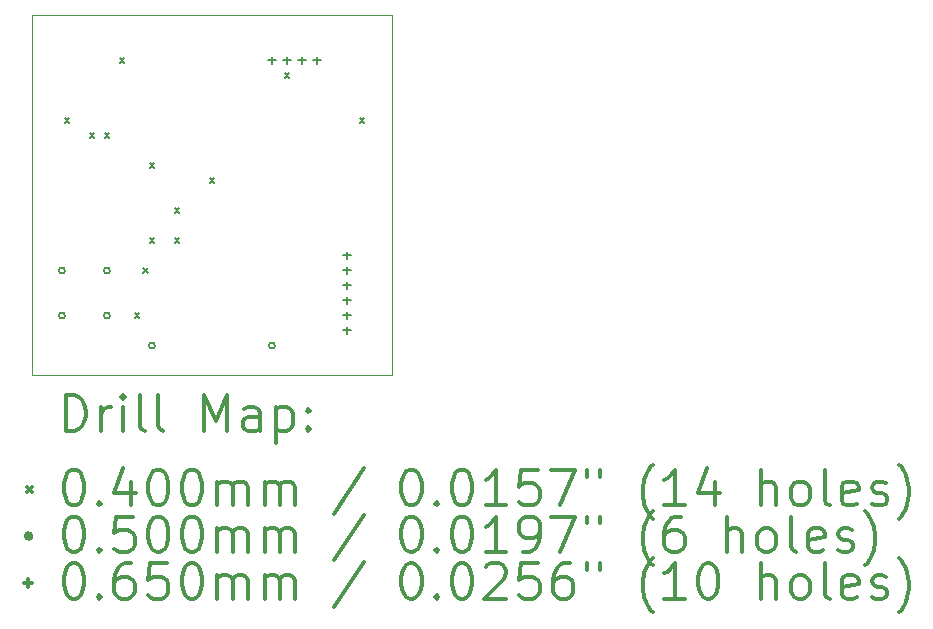
<source format=gbr>
%FSLAX45Y45*%
G04 Gerber Fmt 4.5, Leading zero omitted, Abs format (unit mm)*
G04 Created by KiCad (PCBNEW (5.1.12)-1) date 2022-02-08 18:52:23*
%MOMM*%
%LPD*%
G01*
G04 APERTURE LIST*
%TA.AperFunction,Profile*%
%ADD10C,0.050000*%
%TD*%
%ADD11C,0.200000*%
%ADD12C,0.300000*%
G04 APERTURE END LIST*
D10*
X22098000Y-6350000D02*
X22098000Y-9398000D01*
X19050000Y-6350000D02*
X22098000Y-6350000D01*
X22098000Y-9398000D02*
X19050000Y-9398000D01*
X19050000Y-9398000D02*
X19050000Y-6350000D01*
D11*
X19327000Y-7219000D02*
X19367000Y-7259000D01*
X19367000Y-7219000D02*
X19327000Y-7259000D01*
X19538000Y-7346000D02*
X19578000Y-7386000D01*
X19578000Y-7346000D02*
X19538000Y-7386000D01*
X19665000Y-7346000D02*
X19705000Y-7386000D01*
X19705000Y-7346000D02*
X19665000Y-7386000D01*
X19792000Y-6711000D02*
X19832000Y-6751000D01*
X19832000Y-6711000D02*
X19792000Y-6751000D01*
X19919000Y-8870000D02*
X19959000Y-8910000D01*
X19959000Y-8870000D02*
X19919000Y-8910000D01*
X19989500Y-8489000D02*
X20029500Y-8529000D01*
X20029500Y-8489000D02*
X19989500Y-8529000D01*
X20046000Y-7600000D02*
X20086000Y-7640000D01*
X20086000Y-7600000D02*
X20046000Y-7640000D01*
X20046000Y-8235000D02*
X20086000Y-8275000D01*
X20086000Y-8235000D02*
X20046000Y-8275000D01*
X20046000Y-8235000D02*
X20086000Y-8275000D01*
X20086000Y-8235000D02*
X20046000Y-8275000D01*
X20257000Y-7981000D02*
X20297000Y-8021000D01*
X20297000Y-7981000D02*
X20257000Y-8021000D01*
X20257000Y-8235000D02*
X20297000Y-8275000D01*
X20297000Y-8235000D02*
X20257000Y-8275000D01*
X20554000Y-7727000D02*
X20594000Y-7767000D01*
X20594000Y-7727000D02*
X20554000Y-7767000D01*
X21189000Y-6838000D02*
X21229000Y-6878000D01*
X21229000Y-6838000D02*
X21189000Y-6878000D01*
X21824000Y-7219000D02*
X21864000Y-7259000D01*
X21864000Y-7219000D02*
X21824000Y-7259000D01*
X19329000Y-8509000D02*
G75*
G03*
X19329000Y-8509000I-25000J0D01*
G01*
X19329000Y-8890000D02*
G75*
G03*
X19329000Y-8890000I-25000J0D01*
G01*
X19710000Y-8509000D02*
G75*
G03*
X19710000Y-8509000I-25000J0D01*
G01*
X19710000Y-8890000D02*
G75*
G03*
X19710000Y-8890000I-25000J0D01*
G01*
X20091000Y-9144000D02*
G75*
G03*
X20091000Y-9144000I-25000J0D01*
G01*
X21107000Y-9144000D02*
G75*
G03*
X21107000Y-9144000I-25000J0D01*
G01*
X21082000Y-6698500D02*
X21082000Y-6763500D01*
X21049500Y-6731000D02*
X21114500Y-6731000D01*
X21209000Y-6698500D02*
X21209000Y-6763500D01*
X21176500Y-6731000D02*
X21241500Y-6731000D01*
X21336000Y-6698500D02*
X21336000Y-6763500D01*
X21303500Y-6731000D02*
X21368500Y-6731000D01*
X21463000Y-6698500D02*
X21463000Y-6763500D01*
X21430500Y-6731000D02*
X21495500Y-6731000D01*
X21717000Y-8349500D02*
X21717000Y-8414500D01*
X21684500Y-8382000D02*
X21749500Y-8382000D01*
X21717000Y-8476500D02*
X21717000Y-8541500D01*
X21684500Y-8509000D02*
X21749500Y-8509000D01*
X21717000Y-8603500D02*
X21717000Y-8668500D01*
X21684500Y-8636000D02*
X21749500Y-8636000D01*
X21717000Y-8730500D02*
X21717000Y-8795500D01*
X21684500Y-8763000D02*
X21749500Y-8763000D01*
X21717000Y-8857500D02*
X21717000Y-8922500D01*
X21684500Y-8890000D02*
X21749500Y-8890000D01*
X21717000Y-8984500D02*
X21717000Y-9049500D01*
X21684500Y-9017000D02*
X21749500Y-9017000D01*
D12*
X19333928Y-9866214D02*
X19333928Y-9566214D01*
X19405357Y-9566214D01*
X19448214Y-9580500D01*
X19476786Y-9609072D01*
X19491071Y-9637643D01*
X19505357Y-9694786D01*
X19505357Y-9737643D01*
X19491071Y-9794786D01*
X19476786Y-9823357D01*
X19448214Y-9851929D01*
X19405357Y-9866214D01*
X19333928Y-9866214D01*
X19633928Y-9866214D02*
X19633928Y-9666214D01*
X19633928Y-9723357D02*
X19648214Y-9694786D01*
X19662500Y-9680500D01*
X19691071Y-9666214D01*
X19719643Y-9666214D01*
X19819643Y-9866214D02*
X19819643Y-9666214D01*
X19819643Y-9566214D02*
X19805357Y-9580500D01*
X19819643Y-9594786D01*
X19833928Y-9580500D01*
X19819643Y-9566214D01*
X19819643Y-9594786D01*
X20005357Y-9866214D02*
X19976786Y-9851929D01*
X19962500Y-9823357D01*
X19962500Y-9566214D01*
X20162500Y-9866214D02*
X20133928Y-9851929D01*
X20119643Y-9823357D01*
X20119643Y-9566214D01*
X20505357Y-9866214D02*
X20505357Y-9566214D01*
X20605357Y-9780500D01*
X20705357Y-9566214D01*
X20705357Y-9866214D01*
X20976786Y-9866214D02*
X20976786Y-9709072D01*
X20962500Y-9680500D01*
X20933928Y-9666214D01*
X20876786Y-9666214D01*
X20848214Y-9680500D01*
X20976786Y-9851929D02*
X20948214Y-9866214D01*
X20876786Y-9866214D01*
X20848214Y-9851929D01*
X20833928Y-9823357D01*
X20833928Y-9794786D01*
X20848214Y-9766214D01*
X20876786Y-9751929D01*
X20948214Y-9751929D01*
X20976786Y-9737643D01*
X21119643Y-9666214D02*
X21119643Y-9966214D01*
X21119643Y-9680500D02*
X21148214Y-9666214D01*
X21205357Y-9666214D01*
X21233928Y-9680500D01*
X21248214Y-9694786D01*
X21262500Y-9723357D01*
X21262500Y-9809072D01*
X21248214Y-9837643D01*
X21233928Y-9851929D01*
X21205357Y-9866214D01*
X21148214Y-9866214D01*
X21119643Y-9851929D01*
X21391071Y-9837643D02*
X21405357Y-9851929D01*
X21391071Y-9866214D01*
X21376786Y-9851929D01*
X21391071Y-9837643D01*
X21391071Y-9866214D01*
X21391071Y-9680500D02*
X21405357Y-9694786D01*
X21391071Y-9709072D01*
X21376786Y-9694786D01*
X21391071Y-9680500D01*
X21391071Y-9709072D01*
X19007500Y-10340500D02*
X19047500Y-10380500D01*
X19047500Y-10340500D02*
X19007500Y-10380500D01*
X19391071Y-10196214D02*
X19419643Y-10196214D01*
X19448214Y-10210500D01*
X19462500Y-10224786D01*
X19476786Y-10253357D01*
X19491071Y-10310500D01*
X19491071Y-10381929D01*
X19476786Y-10439072D01*
X19462500Y-10467643D01*
X19448214Y-10481929D01*
X19419643Y-10496214D01*
X19391071Y-10496214D01*
X19362500Y-10481929D01*
X19348214Y-10467643D01*
X19333928Y-10439072D01*
X19319643Y-10381929D01*
X19319643Y-10310500D01*
X19333928Y-10253357D01*
X19348214Y-10224786D01*
X19362500Y-10210500D01*
X19391071Y-10196214D01*
X19619643Y-10467643D02*
X19633928Y-10481929D01*
X19619643Y-10496214D01*
X19605357Y-10481929D01*
X19619643Y-10467643D01*
X19619643Y-10496214D01*
X19891071Y-10296214D02*
X19891071Y-10496214D01*
X19819643Y-10181929D02*
X19748214Y-10396214D01*
X19933928Y-10396214D01*
X20105357Y-10196214D02*
X20133928Y-10196214D01*
X20162500Y-10210500D01*
X20176786Y-10224786D01*
X20191071Y-10253357D01*
X20205357Y-10310500D01*
X20205357Y-10381929D01*
X20191071Y-10439072D01*
X20176786Y-10467643D01*
X20162500Y-10481929D01*
X20133928Y-10496214D01*
X20105357Y-10496214D01*
X20076786Y-10481929D01*
X20062500Y-10467643D01*
X20048214Y-10439072D01*
X20033928Y-10381929D01*
X20033928Y-10310500D01*
X20048214Y-10253357D01*
X20062500Y-10224786D01*
X20076786Y-10210500D01*
X20105357Y-10196214D01*
X20391071Y-10196214D02*
X20419643Y-10196214D01*
X20448214Y-10210500D01*
X20462500Y-10224786D01*
X20476786Y-10253357D01*
X20491071Y-10310500D01*
X20491071Y-10381929D01*
X20476786Y-10439072D01*
X20462500Y-10467643D01*
X20448214Y-10481929D01*
X20419643Y-10496214D01*
X20391071Y-10496214D01*
X20362500Y-10481929D01*
X20348214Y-10467643D01*
X20333928Y-10439072D01*
X20319643Y-10381929D01*
X20319643Y-10310500D01*
X20333928Y-10253357D01*
X20348214Y-10224786D01*
X20362500Y-10210500D01*
X20391071Y-10196214D01*
X20619643Y-10496214D02*
X20619643Y-10296214D01*
X20619643Y-10324786D02*
X20633928Y-10310500D01*
X20662500Y-10296214D01*
X20705357Y-10296214D01*
X20733928Y-10310500D01*
X20748214Y-10339072D01*
X20748214Y-10496214D01*
X20748214Y-10339072D02*
X20762500Y-10310500D01*
X20791071Y-10296214D01*
X20833928Y-10296214D01*
X20862500Y-10310500D01*
X20876786Y-10339072D01*
X20876786Y-10496214D01*
X21019643Y-10496214D02*
X21019643Y-10296214D01*
X21019643Y-10324786D02*
X21033928Y-10310500D01*
X21062500Y-10296214D01*
X21105357Y-10296214D01*
X21133928Y-10310500D01*
X21148214Y-10339072D01*
X21148214Y-10496214D01*
X21148214Y-10339072D02*
X21162500Y-10310500D01*
X21191071Y-10296214D01*
X21233928Y-10296214D01*
X21262500Y-10310500D01*
X21276786Y-10339072D01*
X21276786Y-10496214D01*
X21862500Y-10181929D02*
X21605357Y-10567643D01*
X22248214Y-10196214D02*
X22276786Y-10196214D01*
X22305357Y-10210500D01*
X22319643Y-10224786D01*
X22333928Y-10253357D01*
X22348214Y-10310500D01*
X22348214Y-10381929D01*
X22333928Y-10439072D01*
X22319643Y-10467643D01*
X22305357Y-10481929D01*
X22276786Y-10496214D01*
X22248214Y-10496214D01*
X22219643Y-10481929D01*
X22205357Y-10467643D01*
X22191071Y-10439072D01*
X22176786Y-10381929D01*
X22176786Y-10310500D01*
X22191071Y-10253357D01*
X22205357Y-10224786D01*
X22219643Y-10210500D01*
X22248214Y-10196214D01*
X22476786Y-10467643D02*
X22491071Y-10481929D01*
X22476786Y-10496214D01*
X22462500Y-10481929D01*
X22476786Y-10467643D01*
X22476786Y-10496214D01*
X22676786Y-10196214D02*
X22705357Y-10196214D01*
X22733928Y-10210500D01*
X22748214Y-10224786D01*
X22762500Y-10253357D01*
X22776786Y-10310500D01*
X22776786Y-10381929D01*
X22762500Y-10439072D01*
X22748214Y-10467643D01*
X22733928Y-10481929D01*
X22705357Y-10496214D01*
X22676786Y-10496214D01*
X22648214Y-10481929D01*
X22633928Y-10467643D01*
X22619643Y-10439072D01*
X22605357Y-10381929D01*
X22605357Y-10310500D01*
X22619643Y-10253357D01*
X22633928Y-10224786D01*
X22648214Y-10210500D01*
X22676786Y-10196214D01*
X23062500Y-10496214D02*
X22891071Y-10496214D01*
X22976786Y-10496214D02*
X22976786Y-10196214D01*
X22948214Y-10239072D01*
X22919643Y-10267643D01*
X22891071Y-10281929D01*
X23333928Y-10196214D02*
X23191071Y-10196214D01*
X23176786Y-10339072D01*
X23191071Y-10324786D01*
X23219643Y-10310500D01*
X23291071Y-10310500D01*
X23319643Y-10324786D01*
X23333928Y-10339072D01*
X23348214Y-10367643D01*
X23348214Y-10439072D01*
X23333928Y-10467643D01*
X23319643Y-10481929D01*
X23291071Y-10496214D01*
X23219643Y-10496214D01*
X23191071Y-10481929D01*
X23176786Y-10467643D01*
X23448214Y-10196214D02*
X23648214Y-10196214D01*
X23519643Y-10496214D01*
X23748214Y-10196214D02*
X23748214Y-10253357D01*
X23862500Y-10196214D02*
X23862500Y-10253357D01*
X24305357Y-10610500D02*
X24291071Y-10596214D01*
X24262500Y-10553357D01*
X24248214Y-10524786D01*
X24233928Y-10481929D01*
X24219643Y-10410500D01*
X24219643Y-10353357D01*
X24233928Y-10281929D01*
X24248214Y-10239072D01*
X24262500Y-10210500D01*
X24291071Y-10167643D01*
X24305357Y-10153357D01*
X24576786Y-10496214D02*
X24405357Y-10496214D01*
X24491071Y-10496214D02*
X24491071Y-10196214D01*
X24462500Y-10239072D01*
X24433928Y-10267643D01*
X24405357Y-10281929D01*
X24833928Y-10296214D02*
X24833928Y-10496214D01*
X24762500Y-10181929D02*
X24691071Y-10396214D01*
X24876786Y-10396214D01*
X25219643Y-10496214D02*
X25219643Y-10196214D01*
X25348214Y-10496214D02*
X25348214Y-10339072D01*
X25333928Y-10310500D01*
X25305357Y-10296214D01*
X25262500Y-10296214D01*
X25233928Y-10310500D01*
X25219643Y-10324786D01*
X25533928Y-10496214D02*
X25505357Y-10481929D01*
X25491071Y-10467643D01*
X25476786Y-10439072D01*
X25476786Y-10353357D01*
X25491071Y-10324786D01*
X25505357Y-10310500D01*
X25533928Y-10296214D01*
X25576786Y-10296214D01*
X25605357Y-10310500D01*
X25619643Y-10324786D01*
X25633928Y-10353357D01*
X25633928Y-10439072D01*
X25619643Y-10467643D01*
X25605357Y-10481929D01*
X25576786Y-10496214D01*
X25533928Y-10496214D01*
X25805357Y-10496214D02*
X25776786Y-10481929D01*
X25762500Y-10453357D01*
X25762500Y-10196214D01*
X26033928Y-10481929D02*
X26005357Y-10496214D01*
X25948214Y-10496214D01*
X25919643Y-10481929D01*
X25905357Y-10453357D01*
X25905357Y-10339072D01*
X25919643Y-10310500D01*
X25948214Y-10296214D01*
X26005357Y-10296214D01*
X26033928Y-10310500D01*
X26048214Y-10339072D01*
X26048214Y-10367643D01*
X25905357Y-10396214D01*
X26162500Y-10481929D02*
X26191071Y-10496214D01*
X26248214Y-10496214D01*
X26276786Y-10481929D01*
X26291071Y-10453357D01*
X26291071Y-10439072D01*
X26276786Y-10410500D01*
X26248214Y-10396214D01*
X26205357Y-10396214D01*
X26176786Y-10381929D01*
X26162500Y-10353357D01*
X26162500Y-10339072D01*
X26176786Y-10310500D01*
X26205357Y-10296214D01*
X26248214Y-10296214D01*
X26276786Y-10310500D01*
X26391071Y-10610500D02*
X26405357Y-10596214D01*
X26433928Y-10553357D01*
X26448214Y-10524786D01*
X26462500Y-10481929D01*
X26476786Y-10410500D01*
X26476786Y-10353357D01*
X26462500Y-10281929D01*
X26448214Y-10239072D01*
X26433928Y-10210500D01*
X26405357Y-10167643D01*
X26391071Y-10153357D01*
X19047500Y-10756500D02*
G75*
G03*
X19047500Y-10756500I-25000J0D01*
G01*
X19391071Y-10592214D02*
X19419643Y-10592214D01*
X19448214Y-10606500D01*
X19462500Y-10620786D01*
X19476786Y-10649357D01*
X19491071Y-10706500D01*
X19491071Y-10777929D01*
X19476786Y-10835072D01*
X19462500Y-10863643D01*
X19448214Y-10877929D01*
X19419643Y-10892214D01*
X19391071Y-10892214D01*
X19362500Y-10877929D01*
X19348214Y-10863643D01*
X19333928Y-10835072D01*
X19319643Y-10777929D01*
X19319643Y-10706500D01*
X19333928Y-10649357D01*
X19348214Y-10620786D01*
X19362500Y-10606500D01*
X19391071Y-10592214D01*
X19619643Y-10863643D02*
X19633928Y-10877929D01*
X19619643Y-10892214D01*
X19605357Y-10877929D01*
X19619643Y-10863643D01*
X19619643Y-10892214D01*
X19905357Y-10592214D02*
X19762500Y-10592214D01*
X19748214Y-10735072D01*
X19762500Y-10720786D01*
X19791071Y-10706500D01*
X19862500Y-10706500D01*
X19891071Y-10720786D01*
X19905357Y-10735072D01*
X19919643Y-10763643D01*
X19919643Y-10835072D01*
X19905357Y-10863643D01*
X19891071Y-10877929D01*
X19862500Y-10892214D01*
X19791071Y-10892214D01*
X19762500Y-10877929D01*
X19748214Y-10863643D01*
X20105357Y-10592214D02*
X20133928Y-10592214D01*
X20162500Y-10606500D01*
X20176786Y-10620786D01*
X20191071Y-10649357D01*
X20205357Y-10706500D01*
X20205357Y-10777929D01*
X20191071Y-10835072D01*
X20176786Y-10863643D01*
X20162500Y-10877929D01*
X20133928Y-10892214D01*
X20105357Y-10892214D01*
X20076786Y-10877929D01*
X20062500Y-10863643D01*
X20048214Y-10835072D01*
X20033928Y-10777929D01*
X20033928Y-10706500D01*
X20048214Y-10649357D01*
X20062500Y-10620786D01*
X20076786Y-10606500D01*
X20105357Y-10592214D01*
X20391071Y-10592214D02*
X20419643Y-10592214D01*
X20448214Y-10606500D01*
X20462500Y-10620786D01*
X20476786Y-10649357D01*
X20491071Y-10706500D01*
X20491071Y-10777929D01*
X20476786Y-10835072D01*
X20462500Y-10863643D01*
X20448214Y-10877929D01*
X20419643Y-10892214D01*
X20391071Y-10892214D01*
X20362500Y-10877929D01*
X20348214Y-10863643D01*
X20333928Y-10835072D01*
X20319643Y-10777929D01*
X20319643Y-10706500D01*
X20333928Y-10649357D01*
X20348214Y-10620786D01*
X20362500Y-10606500D01*
X20391071Y-10592214D01*
X20619643Y-10892214D02*
X20619643Y-10692214D01*
X20619643Y-10720786D02*
X20633928Y-10706500D01*
X20662500Y-10692214D01*
X20705357Y-10692214D01*
X20733928Y-10706500D01*
X20748214Y-10735072D01*
X20748214Y-10892214D01*
X20748214Y-10735072D02*
X20762500Y-10706500D01*
X20791071Y-10692214D01*
X20833928Y-10692214D01*
X20862500Y-10706500D01*
X20876786Y-10735072D01*
X20876786Y-10892214D01*
X21019643Y-10892214D02*
X21019643Y-10692214D01*
X21019643Y-10720786D02*
X21033928Y-10706500D01*
X21062500Y-10692214D01*
X21105357Y-10692214D01*
X21133928Y-10706500D01*
X21148214Y-10735072D01*
X21148214Y-10892214D01*
X21148214Y-10735072D02*
X21162500Y-10706500D01*
X21191071Y-10692214D01*
X21233928Y-10692214D01*
X21262500Y-10706500D01*
X21276786Y-10735072D01*
X21276786Y-10892214D01*
X21862500Y-10577929D02*
X21605357Y-10963643D01*
X22248214Y-10592214D02*
X22276786Y-10592214D01*
X22305357Y-10606500D01*
X22319643Y-10620786D01*
X22333928Y-10649357D01*
X22348214Y-10706500D01*
X22348214Y-10777929D01*
X22333928Y-10835072D01*
X22319643Y-10863643D01*
X22305357Y-10877929D01*
X22276786Y-10892214D01*
X22248214Y-10892214D01*
X22219643Y-10877929D01*
X22205357Y-10863643D01*
X22191071Y-10835072D01*
X22176786Y-10777929D01*
X22176786Y-10706500D01*
X22191071Y-10649357D01*
X22205357Y-10620786D01*
X22219643Y-10606500D01*
X22248214Y-10592214D01*
X22476786Y-10863643D02*
X22491071Y-10877929D01*
X22476786Y-10892214D01*
X22462500Y-10877929D01*
X22476786Y-10863643D01*
X22476786Y-10892214D01*
X22676786Y-10592214D02*
X22705357Y-10592214D01*
X22733928Y-10606500D01*
X22748214Y-10620786D01*
X22762500Y-10649357D01*
X22776786Y-10706500D01*
X22776786Y-10777929D01*
X22762500Y-10835072D01*
X22748214Y-10863643D01*
X22733928Y-10877929D01*
X22705357Y-10892214D01*
X22676786Y-10892214D01*
X22648214Y-10877929D01*
X22633928Y-10863643D01*
X22619643Y-10835072D01*
X22605357Y-10777929D01*
X22605357Y-10706500D01*
X22619643Y-10649357D01*
X22633928Y-10620786D01*
X22648214Y-10606500D01*
X22676786Y-10592214D01*
X23062500Y-10892214D02*
X22891071Y-10892214D01*
X22976786Y-10892214D02*
X22976786Y-10592214D01*
X22948214Y-10635072D01*
X22919643Y-10663643D01*
X22891071Y-10677929D01*
X23205357Y-10892214D02*
X23262500Y-10892214D01*
X23291071Y-10877929D01*
X23305357Y-10863643D01*
X23333928Y-10820786D01*
X23348214Y-10763643D01*
X23348214Y-10649357D01*
X23333928Y-10620786D01*
X23319643Y-10606500D01*
X23291071Y-10592214D01*
X23233928Y-10592214D01*
X23205357Y-10606500D01*
X23191071Y-10620786D01*
X23176786Y-10649357D01*
X23176786Y-10720786D01*
X23191071Y-10749357D01*
X23205357Y-10763643D01*
X23233928Y-10777929D01*
X23291071Y-10777929D01*
X23319643Y-10763643D01*
X23333928Y-10749357D01*
X23348214Y-10720786D01*
X23448214Y-10592214D02*
X23648214Y-10592214D01*
X23519643Y-10892214D01*
X23748214Y-10592214D02*
X23748214Y-10649357D01*
X23862500Y-10592214D02*
X23862500Y-10649357D01*
X24305357Y-11006500D02*
X24291071Y-10992214D01*
X24262500Y-10949357D01*
X24248214Y-10920786D01*
X24233928Y-10877929D01*
X24219643Y-10806500D01*
X24219643Y-10749357D01*
X24233928Y-10677929D01*
X24248214Y-10635072D01*
X24262500Y-10606500D01*
X24291071Y-10563643D01*
X24305357Y-10549357D01*
X24548214Y-10592214D02*
X24491071Y-10592214D01*
X24462500Y-10606500D01*
X24448214Y-10620786D01*
X24419643Y-10663643D01*
X24405357Y-10720786D01*
X24405357Y-10835072D01*
X24419643Y-10863643D01*
X24433928Y-10877929D01*
X24462500Y-10892214D01*
X24519643Y-10892214D01*
X24548214Y-10877929D01*
X24562500Y-10863643D01*
X24576786Y-10835072D01*
X24576786Y-10763643D01*
X24562500Y-10735072D01*
X24548214Y-10720786D01*
X24519643Y-10706500D01*
X24462500Y-10706500D01*
X24433928Y-10720786D01*
X24419643Y-10735072D01*
X24405357Y-10763643D01*
X24933928Y-10892214D02*
X24933928Y-10592214D01*
X25062500Y-10892214D02*
X25062500Y-10735072D01*
X25048214Y-10706500D01*
X25019643Y-10692214D01*
X24976786Y-10692214D01*
X24948214Y-10706500D01*
X24933928Y-10720786D01*
X25248214Y-10892214D02*
X25219643Y-10877929D01*
X25205357Y-10863643D01*
X25191071Y-10835072D01*
X25191071Y-10749357D01*
X25205357Y-10720786D01*
X25219643Y-10706500D01*
X25248214Y-10692214D01*
X25291071Y-10692214D01*
X25319643Y-10706500D01*
X25333928Y-10720786D01*
X25348214Y-10749357D01*
X25348214Y-10835072D01*
X25333928Y-10863643D01*
X25319643Y-10877929D01*
X25291071Y-10892214D01*
X25248214Y-10892214D01*
X25519643Y-10892214D02*
X25491071Y-10877929D01*
X25476786Y-10849357D01*
X25476786Y-10592214D01*
X25748214Y-10877929D02*
X25719643Y-10892214D01*
X25662500Y-10892214D01*
X25633928Y-10877929D01*
X25619643Y-10849357D01*
X25619643Y-10735072D01*
X25633928Y-10706500D01*
X25662500Y-10692214D01*
X25719643Y-10692214D01*
X25748214Y-10706500D01*
X25762500Y-10735072D01*
X25762500Y-10763643D01*
X25619643Y-10792214D01*
X25876786Y-10877929D02*
X25905357Y-10892214D01*
X25962500Y-10892214D01*
X25991071Y-10877929D01*
X26005357Y-10849357D01*
X26005357Y-10835072D01*
X25991071Y-10806500D01*
X25962500Y-10792214D01*
X25919643Y-10792214D01*
X25891071Y-10777929D01*
X25876786Y-10749357D01*
X25876786Y-10735072D01*
X25891071Y-10706500D01*
X25919643Y-10692214D01*
X25962500Y-10692214D01*
X25991071Y-10706500D01*
X26105357Y-11006500D02*
X26119643Y-10992214D01*
X26148214Y-10949357D01*
X26162500Y-10920786D01*
X26176786Y-10877929D01*
X26191071Y-10806500D01*
X26191071Y-10749357D01*
X26176786Y-10677929D01*
X26162500Y-10635072D01*
X26148214Y-10606500D01*
X26119643Y-10563643D01*
X26105357Y-10549357D01*
X19015000Y-11120000D02*
X19015000Y-11185000D01*
X18982500Y-11152500D02*
X19047500Y-11152500D01*
X19391071Y-10988214D02*
X19419643Y-10988214D01*
X19448214Y-11002500D01*
X19462500Y-11016786D01*
X19476786Y-11045357D01*
X19491071Y-11102500D01*
X19491071Y-11173929D01*
X19476786Y-11231071D01*
X19462500Y-11259643D01*
X19448214Y-11273929D01*
X19419643Y-11288214D01*
X19391071Y-11288214D01*
X19362500Y-11273929D01*
X19348214Y-11259643D01*
X19333928Y-11231071D01*
X19319643Y-11173929D01*
X19319643Y-11102500D01*
X19333928Y-11045357D01*
X19348214Y-11016786D01*
X19362500Y-11002500D01*
X19391071Y-10988214D01*
X19619643Y-11259643D02*
X19633928Y-11273929D01*
X19619643Y-11288214D01*
X19605357Y-11273929D01*
X19619643Y-11259643D01*
X19619643Y-11288214D01*
X19891071Y-10988214D02*
X19833928Y-10988214D01*
X19805357Y-11002500D01*
X19791071Y-11016786D01*
X19762500Y-11059643D01*
X19748214Y-11116786D01*
X19748214Y-11231071D01*
X19762500Y-11259643D01*
X19776786Y-11273929D01*
X19805357Y-11288214D01*
X19862500Y-11288214D01*
X19891071Y-11273929D01*
X19905357Y-11259643D01*
X19919643Y-11231071D01*
X19919643Y-11159643D01*
X19905357Y-11131072D01*
X19891071Y-11116786D01*
X19862500Y-11102500D01*
X19805357Y-11102500D01*
X19776786Y-11116786D01*
X19762500Y-11131072D01*
X19748214Y-11159643D01*
X20191071Y-10988214D02*
X20048214Y-10988214D01*
X20033928Y-11131072D01*
X20048214Y-11116786D01*
X20076786Y-11102500D01*
X20148214Y-11102500D01*
X20176786Y-11116786D01*
X20191071Y-11131072D01*
X20205357Y-11159643D01*
X20205357Y-11231071D01*
X20191071Y-11259643D01*
X20176786Y-11273929D01*
X20148214Y-11288214D01*
X20076786Y-11288214D01*
X20048214Y-11273929D01*
X20033928Y-11259643D01*
X20391071Y-10988214D02*
X20419643Y-10988214D01*
X20448214Y-11002500D01*
X20462500Y-11016786D01*
X20476786Y-11045357D01*
X20491071Y-11102500D01*
X20491071Y-11173929D01*
X20476786Y-11231071D01*
X20462500Y-11259643D01*
X20448214Y-11273929D01*
X20419643Y-11288214D01*
X20391071Y-11288214D01*
X20362500Y-11273929D01*
X20348214Y-11259643D01*
X20333928Y-11231071D01*
X20319643Y-11173929D01*
X20319643Y-11102500D01*
X20333928Y-11045357D01*
X20348214Y-11016786D01*
X20362500Y-11002500D01*
X20391071Y-10988214D01*
X20619643Y-11288214D02*
X20619643Y-11088214D01*
X20619643Y-11116786D02*
X20633928Y-11102500D01*
X20662500Y-11088214D01*
X20705357Y-11088214D01*
X20733928Y-11102500D01*
X20748214Y-11131072D01*
X20748214Y-11288214D01*
X20748214Y-11131072D02*
X20762500Y-11102500D01*
X20791071Y-11088214D01*
X20833928Y-11088214D01*
X20862500Y-11102500D01*
X20876786Y-11131072D01*
X20876786Y-11288214D01*
X21019643Y-11288214D02*
X21019643Y-11088214D01*
X21019643Y-11116786D02*
X21033928Y-11102500D01*
X21062500Y-11088214D01*
X21105357Y-11088214D01*
X21133928Y-11102500D01*
X21148214Y-11131072D01*
X21148214Y-11288214D01*
X21148214Y-11131072D02*
X21162500Y-11102500D01*
X21191071Y-11088214D01*
X21233928Y-11088214D01*
X21262500Y-11102500D01*
X21276786Y-11131072D01*
X21276786Y-11288214D01*
X21862500Y-10973929D02*
X21605357Y-11359643D01*
X22248214Y-10988214D02*
X22276786Y-10988214D01*
X22305357Y-11002500D01*
X22319643Y-11016786D01*
X22333928Y-11045357D01*
X22348214Y-11102500D01*
X22348214Y-11173929D01*
X22333928Y-11231071D01*
X22319643Y-11259643D01*
X22305357Y-11273929D01*
X22276786Y-11288214D01*
X22248214Y-11288214D01*
X22219643Y-11273929D01*
X22205357Y-11259643D01*
X22191071Y-11231071D01*
X22176786Y-11173929D01*
X22176786Y-11102500D01*
X22191071Y-11045357D01*
X22205357Y-11016786D01*
X22219643Y-11002500D01*
X22248214Y-10988214D01*
X22476786Y-11259643D02*
X22491071Y-11273929D01*
X22476786Y-11288214D01*
X22462500Y-11273929D01*
X22476786Y-11259643D01*
X22476786Y-11288214D01*
X22676786Y-10988214D02*
X22705357Y-10988214D01*
X22733928Y-11002500D01*
X22748214Y-11016786D01*
X22762500Y-11045357D01*
X22776786Y-11102500D01*
X22776786Y-11173929D01*
X22762500Y-11231071D01*
X22748214Y-11259643D01*
X22733928Y-11273929D01*
X22705357Y-11288214D01*
X22676786Y-11288214D01*
X22648214Y-11273929D01*
X22633928Y-11259643D01*
X22619643Y-11231071D01*
X22605357Y-11173929D01*
X22605357Y-11102500D01*
X22619643Y-11045357D01*
X22633928Y-11016786D01*
X22648214Y-11002500D01*
X22676786Y-10988214D01*
X22891071Y-11016786D02*
X22905357Y-11002500D01*
X22933928Y-10988214D01*
X23005357Y-10988214D01*
X23033928Y-11002500D01*
X23048214Y-11016786D01*
X23062500Y-11045357D01*
X23062500Y-11073929D01*
X23048214Y-11116786D01*
X22876786Y-11288214D01*
X23062500Y-11288214D01*
X23333928Y-10988214D02*
X23191071Y-10988214D01*
X23176786Y-11131072D01*
X23191071Y-11116786D01*
X23219643Y-11102500D01*
X23291071Y-11102500D01*
X23319643Y-11116786D01*
X23333928Y-11131072D01*
X23348214Y-11159643D01*
X23348214Y-11231071D01*
X23333928Y-11259643D01*
X23319643Y-11273929D01*
X23291071Y-11288214D01*
X23219643Y-11288214D01*
X23191071Y-11273929D01*
X23176786Y-11259643D01*
X23605357Y-10988214D02*
X23548214Y-10988214D01*
X23519643Y-11002500D01*
X23505357Y-11016786D01*
X23476786Y-11059643D01*
X23462500Y-11116786D01*
X23462500Y-11231071D01*
X23476786Y-11259643D01*
X23491071Y-11273929D01*
X23519643Y-11288214D01*
X23576786Y-11288214D01*
X23605357Y-11273929D01*
X23619643Y-11259643D01*
X23633928Y-11231071D01*
X23633928Y-11159643D01*
X23619643Y-11131072D01*
X23605357Y-11116786D01*
X23576786Y-11102500D01*
X23519643Y-11102500D01*
X23491071Y-11116786D01*
X23476786Y-11131072D01*
X23462500Y-11159643D01*
X23748214Y-10988214D02*
X23748214Y-11045357D01*
X23862500Y-10988214D02*
X23862500Y-11045357D01*
X24305357Y-11402500D02*
X24291071Y-11388214D01*
X24262500Y-11345357D01*
X24248214Y-11316786D01*
X24233928Y-11273929D01*
X24219643Y-11202500D01*
X24219643Y-11145357D01*
X24233928Y-11073929D01*
X24248214Y-11031072D01*
X24262500Y-11002500D01*
X24291071Y-10959643D01*
X24305357Y-10945357D01*
X24576786Y-11288214D02*
X24405357Y-11288214D01*
X24491071Y-11288214D02*
X24491071Y-10988214D01*
X24462500Y-11031072D01*
X24433928Y-11059643D01*
X24405357Y-11073929D01*
X24762500Y-10988214D02*
X24791071Y-10988214D01*
X24819643Y-11002500D01*
X24833928Y-11016786D01*
X24848214Y-11045357D01*
X24862500Y-11102500D01*
X24862500Y-11173929D01*
X24848214Y-11231071D01*
X24833928Y-11259643D01*
X24819643Y-11273929D01*
X24791071Y-11288214D01*
X24762500Y-11288214D01*
X24733928Y-11273929D01*
X24719643Y-11259643D01*
X24705357Y-11231071D01*
X24691071Y-11173929D01*
X24691071Y-11102500D01*
X24705357Y-11045357D01*
X24719643Y-11016786D01*
X24733928Y-11002500D01*
X24762500Y-10988214D01*
X25219643Y-11288214D02*
X25219643Y-10988214D01*
X25348214Y-11288214D02*
X25348214Y-11131072D01*
X25333928Y-11102500D01*
X25305357Y-11088214D01*
X25262500Y-11088214D01*
X25233928Y-11102500D01*
X25219643Y-11116786D01*
X25533928Y-11288214D02*
X25505357Y-11273929D01*
X25491071Y-11259643D01*
X25476786Y-11231071D01*
X25476786Y-11145357D01*
X25491071Y-11116786D01*
X25505357Y-11102500D01*
X25533928Y-11088214D01*
X25576786Y-11088214D01*
X25605357Y-11102500D01*
X25619643Y-11116786D01*
X25633928Y-11145357D01*
X25633928Y-11231071D01*
X25619643Y-11259643D01*
X25605357Y-11273929D01*
X25576786Y-11288214D01*
X25533928Y-11288214D01*
X25805357Y-11288214D02*
X25776786Y-11273929D01*
X25762500Y-11245357D01*
X25762500Y-10988214D01*
X26033928Y-11273929D02*
X26005357Y-11288214D01*
X25948214Y-11288214D01*
X25919643Y-11273929D01*
X25905357Y-11245357D01*
X25905357Y-11131072D01*
X25919643Y-11102500D01*
X25948214Y-11088214D01*
X26005357Y-11088214D01*
X26033928Y-11102500D01*
X26048214Y-11131072D01*
X26048214Y-11159643D01*
X25905357Y-11188214D01*
X26162500Y-11273929D02*
X26191071Y-11288214D01*
X26248214Y-11288214D01*
X26276786Y-11273929D01*
X26291071Y-11245357D01*
X26291071Y-11231071D01*
X26276786Y-11202500D01*
X26248214Y-11188214D01*
X26205357Y-11188214D01*
X26176786Y-11173929D01*
X26162500Y-11145357D01*
X26162500Y-11131072D01*
X26176786Y-11102500D01*
X26205357Y-11088214D01*
X26248214Y-11088214D01*
X26276786Y-11102500D01*
X26391071Y-11402500D02*
X26405357Y-11388214D01*
X26433928Y-11345357D01*
X26448214Y-11316786D01*
X26462500Y-11273929D01*
X26476786Y-11202500D01*
X26476786Y-11145357D01*
X26462500Y-11073929D01*
X26448214Y-11031072D01*
X26433928Y-11002500D01*
X26405357Y-10959643D01*
X26391071Y-10945357D01*
M02*

</source>
